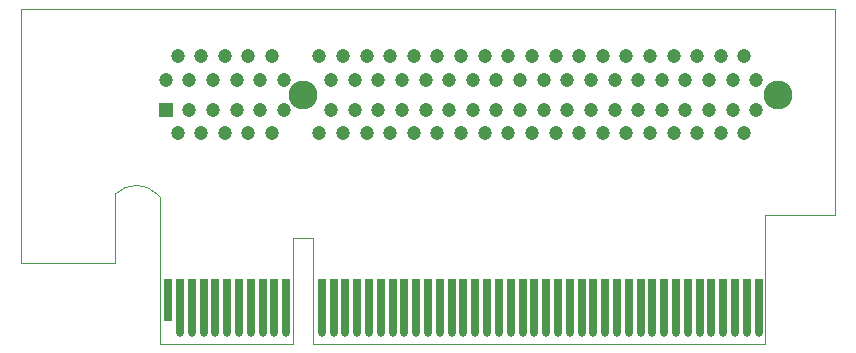
<source format=gbs>
G04 #@! TF.FileFunction,Soldermask,Bot*
%FSLAX46Y46*%
G04 Gerber Fmt 4.6, Leading zero omitted, Abs format (unit mm)*
G04 Created by KiCad (PCBNEW 4.0.2+e4-6225~38~ubuntu14.04.1-stable) date Mon Aug  1 23:16:18 2016*
%MOMM*%
G01*
G04 APERTURE LIST*
%ADD10C,0.350000*%
%ADD11C,0.100000*%
%ADD12R,0.650240X3.599180*%
%ADD13R,0.650240X4.599940*%
%ADD14O,0.650240X0.650240*%
%ADD15C,2.450000*%
%ADD16R,1.200000X1.200000*%
%ADD17C,1.200000*%
G04 APERTURE END LIST*
D10*
D11*
X174000000Y-175677360D02*
X173750000Y-175427360D01*
X174000000Y-175720060D02*
X174000000Y-188150000D01*
X185250000Y-179150000D02*
X185250000Y-188150000D01*
X162250000Y-159804100D02*
X162250000Y-181250000D01*
X170225720Y-175488600D02*
X170225720Y-181250000D01*
X170172380Y-181250000D02*
X162250000Y-181250000D01*
X225247200Y-177250000D02*
X231165400Y-177250000D01*
X231162860Y-159804100D02*
X162250000Y-159804100D01*
X231165400Y-177241200D02*
X231165400Y-159806640D01*
X225250000Y-177250000D02*
X225250000Y-177500000D01*
X185250000Y-188150000D02*
X174000000Y-188150000D01*
X187000000Y-179150000D02*
X185250000Y-179150000D01*
X187000000Y-188150000D02*
X187000000Y-179150000D01*
X225250000Y-188150000D02*
X187000000Y-188150000D01*
X225250000Y-177250000D02*
X225250000Y-188150000D01*
X173795515Y-175473408D02*
G75*
G03X170265240Y-175442600I-1780275J-1719192D01*
G01*
D12*
X174714620Y-184436540D03*
D13*
X175715380Y-184936920D03*
X176713600Y-184936920D03*
X177714360Y-184936920D03*
X178715120Y-184936920D03*
X179713340Y-184936920D03*
X180714100Y-184936920D03*
X181714860Y-184936920D03*
X182713080Y-184936920D03*
X183713840Y-184936920D03*
X184714600Y-184936920D03*
X187714340Y-184936920D03*
X188715100Y-184936920D03*
X189713320Y-184936920D03*
X190714080Y-184936920D03*
X191714840Y-184936920D03*
X192713060Y-184936920D03*
X193714220Y-184936920D03*
X194714220Y-184936920D03*
X195714220Y-184936920D03*
X196714220Y-184936920D03*
X197714220Y-184936920D03*
X198714220Y-184936920D03*
X199714220Y-184936920D03*
X200714220Y-184936920D03*
X201714220Y-184936920D03*
X202714220Y-184936920D03*
X203714220Y-184936920D03*
X204714220Y-184936920D03*
X205714220Y-184936920D03*
X206714220Y-184936920D03*
X207714220Y-184936920D03*
X208714220Y-184936920D03*
X209714220Y-184936920D03*
X210714220Y-184936920D03*
X211714220Y-184936920D03*
X212714220Y-184936920D03*
X213714220Y-184936920D03*
X214714220Y-184936920D03*
X215714220Y-184936920D03*
X216714220Y-184936920D03*
X217714220Y-184936920D03*
X218714220Y-184936920D03*
X219714220Y-184936920D03*
X220714220Y-184936920D03*
X221714220Y-184936920D03*
X222714220Y-184936920D03*
X223714220Y-184936920D03*
X224714220Y-184936920D03*
D14*
X175715380Y-187238160D03*
X176713600Y-187238160D03*
X177714360Y-187238160D03*
X178715120Y-187238160D03*
X179713340Y-187238160D03*
X180714100Y-187238160D03*
X181714860Y-187238160D03*
X182713080Y-187238160D03*
X183713840Y-187238160D03*
X184714600Y-187238160D03*
X187714340Y-187238160D03*
X188715100Y-187238160D03*
X189713320Y-187238160D03*
X190714080Y-187238160D03*
X191714840Y-187238160D03*
X192713060Y-187238160D03*
X193713820Y-187238160D03*
X194714220Y-187238160D03*
X195714220Y-187238160D03*
X196714220Y-187238160D03*
X197714220Y-187238160D03*
X198714220Y-187238160D03*
X199714220Y-187238160D03*
X200714220Y-187238160D03*
X201714220Y-187238160D03*
X202714220Y-187238160D03*
X203714220Y-187238160D03*
X204714220Y-187238160D03*
X205714220Y-187238160D03*
X206714220Y-187238160D03*
X207714220Y-187238160D03*
X208714220Y-187238160D03*
X209714220Y-187238160D03*
X210714220Y-187238160D03*
X211714220Y-187238160D03*
X212714220Y-187238160D03*
X213714220Y-187238160D03*
X214714220Y-187238160D03*
X215714220Y-187238160D03*
X216714220Y-187238160D03*
X217714220Y-187238160D03*
X218714220Y-187238160D03*
X219714220Y-187238160D03*
X220714220Y-187238160D03*
X221714220Y-187238160D03*
X222714220Y-187238160D03*
X223714220Y-187238160D03*
X224714220Y-187238160D03*
D15*
X226306600Y-167055800D03*
X186156600Y-167055800D03*
D16*
X174506600Y-168305800D03*
D17*
X175506600Y-170305800D03*
X176506600Y-168305800D03*
X177506600Y-170305800D03*
X178506600Y-168305800D03*
X179506600Y-170305800D03*
X180506600Y-168305800D03*
X181506600Y-170305800D03*
X182506600Y-168305800D03*
X183506600Y-170305800D03*
X184506600Y-168305800D03*
X187506600Y-170305800D03*
X188506600Y-168305800D03*
X189506600Y-170305800D03*
X190506600Y-168305800D03*
X191506600Y-170305800D03*
X192506600Y-168305800D03*
X193506600Y-170305800D03*
X194506600Y-168305800D03*
X195506600Y-170305800D03*
X196506600Y-168305800D03*
X197506600Y-170305800D03*
X198506600Y-168305800D03*
X199506600Y-170305800D03*
X200506600Y-168305800D03*
X201506600Y-170305800D03*
X202506600Y-168305800D03*
X203506600Y-170305800D03*
X204506600Y-168305800D03*
X205506600Y-170305800D03*
X206506600Y-168305800D03*
X207506600Y-170305800D03*
X208506600Y-168305800D03*
X209506600Y-170305800D03*
X210506600Y-168305800D03*
X211506600Y-170305800D03*
X212506600Y-168305800D03*
X213506600Y-170305800D03*
X214506600Y-168305800D03*
X215506600Y-170305800D03*
X216506600Y-168305800D03*
X217506600Y-170305800D03*
X218506600Y-168305800D03*
X219506600Y-170305800D03*
X220506600Y-168305800D03*
X221506600Y-170305800D03*
X222506600Y-168305800D03*
X223506600Y-170305800D03*
X174506600Y-165805800D03*
X175506600Y-163805800D03*
X176506600Y-165805800D03*
X177506600Y-163805800D03*
X178506600Y-165805800D03*
X179506600Y-163805800D03*
X180506600Y-165805800D03*
X181506600Y-163805800D03*
X182506600Y-165805800D03*
X183506600Y-163805800D03*
X184506600Y-165805800D03*
X187506600Y-163805800D03*
X188506600Y-165805800D03*
X189506600Y-163805800D03*
X190506600Y-165805800D03*
X191506600Y-163805800D03*
X192506600Y-165805800D03*
X193506600Y-163805800D03*
X194506600Y-165805800D03*
X195506600Y-163805800D03*
X196506600Y-165805800D03*
X197506600Y-163805800D03*
X198506600Y-165805800D03*
X199506600Y-163805800D03*
X200506600Y-165805800D03*
X201506600Y-163805800D03*
X202506600Y-165805800D03*
X203506600Y-163805800D03*
X204506600Y-165805800D03*
X205506600Y-163805800D03*
X206506600Y-165805800D03*
X207506600Y-163805800D03*
X208506600Y-165805800D03*
X209506600Y-163805800D03*
X210506600Y-165805800D03*
X211506600Y-163805800D03*
X212506600Y-165805800D03*
X213506600Y-163805800D03*
X214506600Y-165805800D03*
X215506600Y-163805800D03*
X216506600Y-165805800D03*
X217506600Y-163805800D03*
X218506600Y-165805800D03*
X219506600Y-163805800D03*
X220506600Y-165805800D03*
X221506600Y-163805800D03*
X222506600Y-165805800D03*
X223506600Y-163805800D03*
X224506600Y-168305800D03*
X224506600Y-165805800D03*
M02*

</source>
